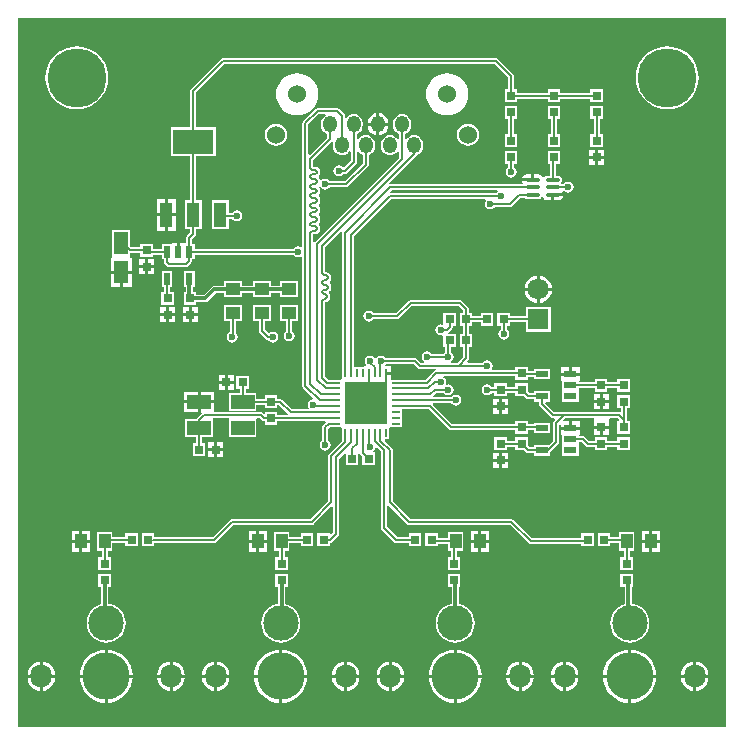
<source format=gtl>
%FSLAX24Y24*%
%MOIN*%
G70*
G01*
G75*
G04 Layer_Physical_Order=1*
G04 Layer_Color=255*
%ADD10C,0.0079*%
%ADD11R,0.0300X0.0300*%
%ADD12R,0.0300X0.0300*%
%ADD13R,0.0492X0.0768*%
%ADD14R,0.0276X0.0079*%
%ADD15R,0.1437X0.1437*%
%ADD16R,0.0079X0.0276*%
%ADD17R,0.0236X0.0394*%
%ADD18R,0.1378X0.0846*%
%ADD19R,0.0433X0.0846*%
%ADD20R,0.0433X0.0846*%
%ADD21R,0.0433X0.0236*%
%ADD22R,0.0500X0.0400*%
%ADD23O,0.0512X0.0138*%
%ADD24R,0.0400X0.0500*%
%ADD25R,0.0787X0.0472*%
%ADD26C,0.0118*%
%ADD27R,0.1400X0.0900*%
%ADD28R,0.1140X0.0550*%
%ADD29R,0.1400X0.1550*%
%ADD30C,0.1969*%
%ADD31C,0.1181*%
%ADD32C,0.1575*%
%ADD33O,0.0709X0.0787*%
%ADD34C,0.0600*%
%ADD35O,0.0472X0.0551*%
%ADD36R,0.0709X0.0709*%
%ADD37C,0.0709*%
%ADD38C,0.0236*%
%ADD39C,0.0197*%
G36*
X23622Y-0D02*
X-0D01*
Y23650D01*
X23622D01*
Y-0D01*
D02*
G37*
%LPC*%
G36*
X20509Y5109D02*
X20091D01*
Y4691D01*
X20230D01*
Y4099D01*
X20150Y4075D01*
X20037Y4014D01*
X19938Y3933D01*
X19857Y3834D01*
X19797Y3721D01*
X19760Y3599D01*
X19747Y3472D01*
X19760Y3344D01*
X19797Y3222D01*
X19857Y3109D01*
X19938Y3010D01*
X20037Y2929D01*
X20150Y2869D01*
X20273Y2831D01*
X20400Y2819D01*
X20527Y2831D01*
X20650Y2869D01*
X20763Y2929D01*
X20862Y3010D01*
X20943Y3109D01*
X21003Y3222D01*
X21040Y3344D01*
X21053Y3472D01*
X21040Y3599D01*
X21003Y3721D01*
X20943Y3834D01*
X20862Y3933D01*
X20763Y4014D01*
X20650Y4075D01*
X20527Y4112D01*
X20470Y4117D01*
Y4691D01*
X20509D01*
Y5109D01*
D02*
G37*
G36*
X15350Y6150D02*
X15100D01*
Y5850D01*
X15350D01*
Y6150D01*
D02*
G37*
G36*
X9009Y5109D02*
X8591D01*
Y4691D01*
X8680D01*
Y4116D01*
X8639Y4112D01*
X8517Y4075D01*
X8404Y4014D01*
X8305Y3933D01*
X8224Y3834D01*
X8164Y3721D01*
X8126Y3599D01*
X8114Y3472D01*
X8126Y3344D01*
X8164Y3222D01*
X8224Y3109D01*
X8305Y3010D01*
X8404Y2929D01*
X8517Y2869D01*
X8639Y2831D01*
X8767Y2819D01*
X8894Y2831D01*
X9016Y2869D01*
X9129Y2929D01*
X9228Y3010D01*
X9309Y3109D01*
X9370Y3222D01*
X9407Y3344D01*
X9419Y3472D01*
X9407Y3599D01*
X9370Y3721D01*
X9309Y3834D01*
X9228Y3933D01*
X9129Y4014D01*
X9016Y4075D01*
X8920Y4104D01*
Y4691D01*
X9009D01*
Y5109D01*
D02*
G37*
G36*
X14759D02*
X14341D01*
Y4691D01*
X14463D01*
Y4113D01*
X14456Y4112D01*
X14334Y4075D01*
X14221Y4014D01*
X14122Y3933D01*
X14041Y3834D01*
X13980Y3721D01*
X13943Y3599D01*
X13931Y3472D01*
X13943Y3344D01*
X13980Y3222D01*
X14041Y3109D01*
X14122Y3010D01*
X14221Y2929D01*
X14334Y2869D01*
X14456Y2831D01*
X14583Y2819D01*
X14711Y2831D01*
X14833Y2869D01*
X14946Y2929D01*
X15045Y3010D01*
X15126Y3109D01*
X15186Y3222D01*
X15224Y3344D01*
X15236Y3472D01*
X15224Y3599D01*
X15186Y3721D01*
X15126Y3834D01*
X15045Y3933D01*
X14946Y4014D01*
X14833Y4075D01*
X14711Y4112D01*
X14704Y4113D01*
Y4691D01*
X14759D01*
Y5109D01*
D02*
G37*
G36*
X15700Y6150D02*
X15450D01*
Y5850D01*
X15700D01*
Y6150D01*
D02*
G37*
G36*
X2050Y6150D02*
X1800D01*
Y5850D01*
X2050D01*
Y6150D01*
D02*
G37*
G36*
X2400D02*
X2150D01*
Y5850D01*
X2400D01*
Y6150D01*
D02*
G37*
G36*
X21050Y6150D02*
X20800D01*
Y5850D01*
X21050D01*
Y6150D01*
D02*
G37*
G36*
X21400D02*
X21150D01*
Y5850D01*
X21400D01*
Y6150D01*
D02*
G37*
G36*
X3109Y5109D02*
X2691D01*
Y4691D01*
X2780D01*
Y4099D01*
X2700Y4075D01*
X2587Y4014D01*
X2488Y3933D01*
X2407Y3834D01*
X2347Y3721D01*
X2310Y3599D01*
X2297Y3472D01*
X2310Y3344D01*
X2347Y3222D01*
X2407Y3109D01*
X2488Y3010D01*
X2587Y2929D01*
X2700Y2869D01*
X2823Y2831D01*
X2950Y2819D01*
X3077Y2831D01*
X3200Y2869D01*
X3313Y2929D01*
X3412Y3010D01*
X3493Y3109D01*
X3553Y3222D01*
X3590Y3344D01*
X3603Y3472D01*
X3590Y3599D01*
X3553Y3721D01*
X3493Y3834D01*
X3412Y3933D01*
X3313Y4014D01*
X3200Y4075D01*
X3077Y4112D01*
X3020Y4117D01*
Y4691D01*
X3109D01*
Y5109D01*
D02*
G37*
G36*
X16799Y2191D02*
Y1750D01*
X17206D01*
X17191Y1858D01*
X17146Y1969D01*
X17073Y2063D01*
X16978Y2136D01*
X16867Y2182D01*
X16799Y2191D01*
D02*
G37*
G36*
X18185D02*
X18116Y2182D01*
X18006Y2136D01*
X17911Y2063D01*
X17838Y1969D01*
X17792Y1858D01*
X17778Y1750D01*
X18185D01*
Y2191D01*
D02*
G37*
G36*
X14633Y2587D02*
Y1750D01*
X15470D01*
X15458Y1874D01*
X15407Y2041D01*
X15325Y2195D01*
X15214Y2331D01*
X15079Y2441D01*
X14925Y2524D01*
X14757Y2575D01*
X14633Y2587D01*
D02*
G37*
G36*
X16699Y2191D02*
X16630Y2182D01*
X16520Y2136D01*
X16425Y2063D01*
X16352Y1969D01*
X16306Y1858D01*
X16292Y1750D01*
X16699D01*
Y2191D01*
D02*
G37*
G36*
X18285D02*
Y1750D01*
X18691D01*
X18677Y1858D01*
X18632Y1969D01*
X18559Y2063D01*
X18464Y2136D01*
X18353Y2182D01*
X18285Y2191D01*
D02*
G37*
G36*
X22515D02*
X22447Y2182D01*
X22336Y2136D01*
X22241Y2063D01*
X22169Y1969D01*
X22123Y1858D01*
X22109Y1750D01*
X22515D01*
Y2191D01*
D02*
G37*
G36*
X22615D02*
Y1750D01*
X23022D01*
X23008Y1858D01*
X22962Y1969D01*
X22889Y2063D01*
X22794Y2136D01*
X22684Y2182D01*
X22615Y2191D01*
D02*
G37*
G36*
X20350Y2587D02*
X20226Y2575D01*
X20059Y2524D01*
X19905Y2441D01*
X19769Y2331D01*
X19659Y2195D01*
X19576Y2041D01*
X19525Y1874D01*
X19513Y1750D01*
X20350D01*
Y2587D01*
D02*
G37*
G36*
X20450D02*
Y1750D01*
X21287D01*
X21275Y1874D01*
X21224Y2041D01*
X21141Y2195D01*
X21031Y2331D01*
X20895Y2441D01*
X20741Y2524D01*
X20574Y2575D01*
X20450Y2587D01*
D02*
G37*
G36*
X7950Y6150D02*
X7700D01*
Y5850D01*
X7950D01*
Y6150D01*
D02*
G37*
G36*
X20559Y6509D02*
X20041D01*
Y6350D01*
X19759D01*
Y6459D01*
X19341D01*
Y6041D01*
X19759D01*
Y6150D01*
X20041D01*
Y5891D01*
X20200D01*
Y5659D01*
X20091D01*
Y5241D01*
X20509D01*
Y5659D01*
X20400D01*
Y5891D01*
X20559D01*
Y6509D01*
D02*
G37*
G36*
X16050Y8850D02*
X15850D01*
Y8650D01*
X16050D01*
Y8850D01*
D02*
G37*
G36*
X8300Y6550D02*
X8050D01*
Y6250D01*
X8300D01*
Y6550D01*
D02*
G37*
G36*
X14859Y6509D02*
X14341D01*
Y6300D01*
X14009D01*
Y6459D01*
X13591D01*
Y6041D01*
X14009D01*
Y6100D01*
X14341D01*
Y5891D01*
X14450D01*
Y5659D01*
X14341D01*
Y5241D01*
X14759D01*
Y5659D01*
X14650D01*
Y5891D01*
X14859D01*
Y6509D01*
D02*
G37*
G36*
X16350Y8850D02*
X16150D01*
Y8650D01*
X16350D01*
Y8850D01*
D02*
G37*
G36*
X6550Y9200D02*
X6350D01*
Y9000D01*
X6550D01*
Y9200D01*
D02*
G37*
G36*
X6850D02*
X6650D01*
Y9000D01*
X6850D01*
Y9200D01*
D02*
G37*
G36*
X16050Y9150D02*
X15850D01*
Y8950D01*
X16050D01*
Y9150D01*
D02*
G37*
G36*
X16350D02*
X16150D01*
Y8950D01*
X16350D01*
Y9150D01*
D02*
G37*
G36*
X7950Y6550D02*
X7700D01*
Y6250D01*
X7950D01*
Y6550D01*
D02*
G37*
G36*
X9059Y6509D02*
X8541D01*
Y5891D01*
X8700D01*
Y5659D01*
X8591D01*
Y5241D01*
X9009D01*
Y5659D01*
X8900D01*
Y5891D01*
X9059D01*
Y6150D01*
X9441D01*
Y6041D01*
X9859D01*
Y6459D01*
X9441D01*
Y6350D01*
X9059D01*
Y6509D01*
D02*
G37*
G36*
X15350Y6550D02*
X15100D01*
Y6250D01*
X15350D01*
Y6550D01*
D02*
G37*
G36*
X8300Y6150D02*
X8050D01*
Y5850D01*
X8300D01*
Y6150D01*
D02*
G37*
G36*
X3159Y6509D02*
X2641D01*
Y5891D01*
X2800D01*
Y5659D01*
X2691D01*
Y5241D01*
X3109D01*
Y5659D01*
X3000D01*
Y5891D01*
X3159D01*
Y6150D01*
X3591D01*
Y6041D01*
X4009D01*
Y6459D01*
X3591D01*
Y6350D01*
X3159D01*
Y6509D01*
D02*
G37*
G36*
X15700Y6550D02*
X15450D01*
Y6250D01*
X15700D01*
Y6550D01*
D02*
G37*
G36*
X2050Y6550D02*
X1800D01*
Y6250D01*
X2050D01*
Y6550D01*
D02*
G37*
G36*
X2400D02*
X2150D01*
Y6250D01*
X2400D01*
Y6550D01*
D02*
G37*
G36*
X21050Y6550D02*
X20800D01*
Y6250D01*
X21050D01*
Y6550D01*
D02*
G37*
G36*
X21400D02*
X21150D01*
Y6250D01*
X21400D01*
Y6550D01*
D02*
G37*
G36*
X6551Y1650D02*
X6144D01*
X6159Y1542D01*
X6204Y1432D01*
X6277Y1337D01*
X6372Y1264D01*
X6483Y1218D01*
X6551Y1209D01*
Y1650D01*
D02*
G37*
G36*
X7058D02*
X6651D01*
Y1209D01*
X6720Y1218D01*
X6830Y1264D01*
X6925Y1337D01*
X6998Y1432D01*
X7044Y1542D01*
X7058Y1650D01*
D02*
G37*
G36*
X5065D02*
X4658D01*
X4673Y1542D01*
X4719Y1432D01*
X4791Y1337D01*
X4886Y1264D01*
X4997Y1218D01*
X5065Y1209D01*
Y1650D01*
D02*
G37*
G36*
X5572D02*
X5165D01*
Y1209D01*
X5234Y1218D01*
X5344Y1264D01*
X5439Y1337D01*
X5512Y1432D01*
X5558Y1542D01*
X5572Y1650D01*
D02*
G37*
G36*
X10882D02*
X10475D01*
X10489Y1542D01*
X10535Y1432D01*
X10608Y1337D01*
X10703Y1264D01*
X10813Y1218D01*
X10882Y1209D01*
Y1650D01*
D02*
G37*
G36*
X12875D02*
X12468D01*
Y1209D01*
X12537Y1218D01*
X12647Y1264D01*
X12742Y1337D01*
X12815Y1432D01*
X12861Y1542D01*
X12875Y1650D01*
D02*
G37*
G36*
X16699D02*
X16292D01*
X16306Y1542D01*
X16352Y1432D01*
X16425Y1337D01*
X16520Y1264D01*
X16630Y1218D01*
X16699Y1209D01*
Y1650D01*
D02*
G37*
G36*
X11389D02*
X10982D01*
Y1209D01*
X11051Y1218D01*
X11161Y1264D01*
X11256Y1337D01*
X11329Y1432D01*
X11375Y1542D01*
X11389Y1650D01*
D02*
G37*
G36*
X12368D02*
X11961D01*
X11975Y1542D01*
X12021Y1432D01*
X12094Y1337D01*
X12189Y1264D01*
X12299Y1218D01*
X12368Y1209D01*
Y1650D01*
D02*
G37*
G36*
X1242D02*
X835D01*
Y1209D01*
X903Y1218D01*
X1014Y1264D01*
X1109Y1337D01*
X1182Y1432D01*
X1227Y1542D01*
X1242Y1650D01*
D02*
G37*
G36*
X8717D02*
X7880D01*
X7892Y1526D01*
X7943Y1359D01*
X8025Y1205D01*
X8136Y1069D01*
X8271Y959D01*
X8425Y876D01*
X8593Y825D01*
X8717Y813D01*
Y1650D01*
D02*
G37*
G36*
X9653D02*
X8817D01*
Y813D01*
X8941Y825D01*
X9108Y876D01*
X9262Y959D01*
X9397Y1069D01*
X9508Y1205D01*
X9590Y1359D01*
X9641Y1526D01*
X9653Y1650D01*
D02*
G37*
G36*
X2900D02*
X2063D01*
X2075Y1526D01*
X2126Y1359D01*
X2209Y1205D01*
X2319Y1069D01*
X2455Y959D01*
X2609Y876D01*
X2776Y825D01*
X2900Y813D01*
Y1650D01*
D02*
G37*
G36*
X3837D02*
X3000D01*
Y813D01*
X3124Y825D01*
X3291Y876D01*
X3445Y959D01*
X3581Y1069D01*
X3691Y1205D01*
X3774Y1359D01*
X3825Y1526D01*
X3837Y1650D01*
D02*
G37*
G36*
X14533D02*
X13697D01*
X13709Y1526D01*
X13760Y1359D01*
X13842Y1205D01*
X13953Y1069D01*
X14088Y959D01*
X14242Y876D01*
X14409Y825D01*
X14533Y813D01*
Y1650D01*
D02*
G37*
G36*
X21287D02*
X20450D01*
Y813D01*
X20574Y825D01*
X20741Y876D01*
X20895Y959D01*
X21031Y1069D01*
X21141Y1205D01*
X21224Y1359D01*
X21275Y1526D01*
X21287Y1650D01*
D02*
G37*
G36*
X735D02*
X328D01*
X342Y1542D01*
X388Y1432D01*
X461Y1337D01*
X556Y1264D01*
X666Y1218D01*
X735Y1209D01*
Y1650D01*
D02*
G37*
G36*
X15470D02*
X14633D01*
Y813D01*
X14757Y825D01*
X14925Y876D01*
X15079Y959D01*
X15214Y1069D01*
X15325Y1205D01*
X15407Y1359D01*
X15458Y1526D01*
X15470Y1650D01*
D02*
G37*
G36*
X20350D02*
X19513D01*
X19525Y1526D01*
X19576Y1359D01*
X19659Y1205D01*
X19769Y1069D01*
X19905Y959D01*
X20059Y876D01*
X20226Y825D01*
X20350Y813D01*
Y1650D01*
D02*
G37*
G36*
X17206D02*
X16799D01*
Y1209D01*
X16867Y1218D01*
X16978Y1264D01*
X17073Y1337D01*
X17146Y1432D01*
X17191Y1542D01*
X17206Y1650D01*
D02*
G37*
G36*
X8717Y2587D02*
X8593Y2575D01*
X8425Y2524D01*
X8271Y2441D01*
X8136Y2331D01*
X8025Y2195D01*
X7943Y2041D01*
X7892Y1874D01*
X7880Y1750D01*
X8717D01*
Y2587D01*
D02*
G37*
G36*
X8817D02*
Y1750D01*
X9653D01*
X9641Y1874D01*
X9590Y2041D01*
X9508Y2195D01*
X9397Y2331D01*
X9262Y2441D01*
X9108Y2524D01*
X8941Y2575D01*
X8817Y2587D01*
D02*
G37*
G36*
X6551Y2191D02*
X6483Y2182D01*
X6372Y2136D01*
X6277Y2063D01*
X6204Y1969D01*
X6159Y1858D01*
X6144Y1750D01*
X6551D01*
Y2191D01*
D02*
G37*
G36*
X6651D02*
Y1750D01*
X7058D01*
X7044Y1858D01*
X6998Y1969D01*
X6925Y2063D01*
X6830Y2136D01*
X6720Y2182D01*
X6651Y2191D01*
D02*
G37*
G36*
X10882D02*
X10813Y2182D01*
X10703Y2136D01*
X10608Y2063D01*
X10535Y1969D01*
X10489Y1858D01*
X10475Y1750D01*
X10882D01*
Y2191D01*
D02*
G37*
G36*
X12468D02*
Y1750D01*
X12875D01*
X12861Y1858D01*
X12815Y1969D01*
X12742Y2063D01*
X12647Y2136D01*
X12537Y2182D01*
X12468Y2191D01*
D02*
G37*
G36*
X14533Y2587D02*
X14409Y2575D01*
X14242Y2524D01*
X14088Y2441D01*
X13953Y2331D01*
X13842Y2195D01*
X13760Y2041D01*
X13709Y1874D01*
X13697Y1750D01*
X14533D01*
Y2587D01*
D02*
G37*
G36*
X10982Y2191D02*
Y1750D01*
X11389D01*
X11375Y1858D01*
X11329Y1969D01*
X11256Y2063D01*
X11161Y2136D01*
X11051Y2182D01*
X10982Y2191D01*
D02*
G37*
G36*
X12368D02*
X12299Y2182D01*
X12189Y2136D01*
X12094Y2063D01*
X12021Y1969D01*
X11975Y1858D01*
X11961Y1750D01*
X12368D01*
Y2191D01*
D02*
G37*
G36*
X5165D02*
Y1750D01*
X5572D01*
X5558Y1858D01*
X5512Y1969D01*
X5439Y2063D01*
X5344Y2136D01*
X5234Y2182D01*
X5165Y2191D01*
D02*
G37*
G36*
X22515Y1650D02*
X22109D01*
X22123Y1542D01*
X22169Y1432D01*
X22241Y1337D01*
X22336Y1264D01*
X22447Y1218D01*
X22515Y1209D01*
Y1650D01*
D02*
G37*
G36*
X23022D02*
X22615D01*
Y1209D01*
X22684Y1218D01*
X22794Y1264D01*
X22889Y1337D01*
X22962Y1432D01*
X23008Y1542D01*
X23022Y1650D01*
D02*
G37*
G36*
X18185D02*
X17778D01*
X17792Y1542D01*
X17838Y1432D01*
X17911Y1337D01*
X18006Y1264D01*
X18116Y1218D01*
X18185Y1209D01*
Y1650D01*
D02*
G37*
G36*
X18691D02*
X18285D01*
Y1209D01*
X18353Y1218D01*
X18464Y1264D01*
X18559Y1337D01*
X18632Y1432D01*
X18677Y1542D01*
X18691Y1650D01*
D02*
G37*
G36*
X735Y2191D02*
X666Y2182D01*
X556Y2136D01*
X461Y2063D01*
X388Y1969D01*
X342Y1858D01*
X328Y1750D01*
X735D01*
Y2191D01*
D02*
G37*
G36*
X3000Y2587D02*
Y1750D01*
X3837D01*
X3825Y1874D01*
X3774Y2041D01*
X3691Y2195D01*
X3581Y2331D01*
X3445Y2441D01*
X3291Y2524D01*
X3124Y2575D01*
X3000Y2587D01*
D02*
G37*
G36*
X5065Y2191D02*
X4997Y2182D01*
X4886Y2136D01*
X4791Y2063D01*
X4719Y1969D01*
X4673Y1858D01*
X4658Y1750D01*
X5065D01*
Y2191D01*
D02*
G37*
G36*
X835D02*
Y1750D01*
X1242D01*
X1227Y1858D01*
X1182Y1969D01*
X1109Y2063D01*
X1014Y2136D01*
X903Y2182D01*
X835Y2191D01*
D02*
G37*
G36*
X2900Y2587D02*
X2776Y2575D01*
X2609Y2524D01*
X2455Y2441D01*
X2319Y2331D01*
X2209Y2195D01*
X2126Y2041D01*
X2075Y1874D01*
X2063Y1750D01*
X2900D01*
Y2587D01*
D02*
G37*
G36*
X18739Y9924D02*
X18106D01*
Y9756D01*
X18147D01*
Y9439D01*
X18147Y9439D01*
X18147D01*
X18147Y9423D01*
Y9413D01*
Y9403D01*
X18147Y9387D01*
X18147Y9387D01*
X18147D01*
Y9049D01*
X18698D01*
Y9387D01*
X18698Y9387D01*
D01*
D01*
X18698Y9403D01*
Y9406D01*
Y9413D01*
X18698Y9423D01*
D01*
X18698Y9439D01*
X18698Y9439D01*
X18698D01*
Y9500D01*
X18808D01*
X18929Y9379D01*
X18951Y9365D01*
X18962Y9357D01*
X19000Y9350D01*
X19241D01*
Y9241D01*
X19659D01*
Y9350D01*
X19991D01*
Y9241D01*
X20409D01*
Y9659D01*
X19991D01*
Y9550D01*
X19659D01*
Y9659D01*
X19241D01*
Y9550D01*
X19042D01*
X18921Y9671D01*
X18888Y9693D01*
X18850Y9700D01*
X18698D01*
Y9756D01*
X18739D01*
Y9924D01*
D02*
G37*
G36*
X4894Y17030D02*
X4628D01*
Y16556D01*
X4894D01*
Y17030D01*
D02*
G37*
G36*
X5261D02*
X4994D01*
Y16556D01*
X5261D01*
Y17030D01*
D02*
G37*
G36*
X4250Y15600D02*
X4050D01*
Y15400D01*
X4250D01*
Y15600D01*
D02*
G37*
G36*
X4550D02*
X4350D01*
Y15400D01*
X4550D01*
Y15600D01*
D02*
G37*
G36*
X7031Y17562D02*
X6480D01*
Y16597D01*
X7031D01*
Y16950D01*
X7154D01*
X7172Y16922D01*
X7231Y16883D01*
X7300Y16869D01*
X7369Y16883D01*
X7428Y16922D01*
X7467Y16981D01*
X7481Y17050D01*
X7467Y17119D01*
X7428Y17178D01*
X7369Y17217D01*
X7300Y17231D01*
X7231Y17217D01*
X7172Y17178D01*
X7154Y17150D01*
X7031D01*
Y17562D01*
D02*
G37*
G36*
X18184Y17694D02*
X17885D01*
Y17572D01*
X18022D01*
X18088Y17585D01*
X18143Y17622D01*
X18181Y17678D01*
X18184Y17694D01*
D02*
G37*
G36*
X17115Y18428D02*
X16978D01*
X16912Y18415D01*
X16857Y18378D01*
X16819Y18322D01*
X16816Y18306D01*
X17115D01*
Y18428D01*
D02*
G37*
G36*
X4894Y17603D02*
X4628D01*
Y17130D01*
X4894D01*
Y17603D01*
D02*
G37*
G36*
X5261D02*
X4994D01*
Y17130D01*
X5261D01*
Y17603D01*
D02*
G37*
G36*
X5901Y15203D02*
X5547D01*
Y14691D01*
X5604D01*
Y14509D01*
X5541D01*
Y14091D01*
X5959D01*
Y14180D01*
X6250D01*
X6250Y14180D01*
X6296Y14189D01*
X6335Y14215D01*
X6600Y14480D01*
X6866D01*
Y14341D01*
X7484D01*
Y14480D01*
X7841D01*
Y14341D01*
X8459D01*
Y14480D01*
X8741D01*
Y14341D01*
X9359D01*
Y14859D01*
X8741D01*
Y14720D01*
X8459D01*
Y14859D01*
X7841D01*
Y14720D01*
X7484D01*
Y14859D01*
X6866D01*
Y14720D01*
X6550D01*
X6504Y14711D01*
X6465Y14685D01*
X6200Y14420D01*
X5959D01*
Y14509D01*
X5844D01*
Y14691D01*
X5901D01*
Y15203D01*
D02*
G37*
G36*
X17300Y15052D02*
X17231Y15043D01*
X17121Y14997D01*
X17026Y14924D01*
X16953Y14829D01*
X16907Y14719D01*
X16898Y14650D01*
X17300D01*
Y15052D01*
D02*
G37*
G36*
Y14550D02*
X16898D01*
X16907Y14481D01*
X16953Y14371D01*
X17026Y14276D01*
X17121Y14203D01*
X17231Y14157D01*
X17300Y14148D01*
Y14550D01*
D02*
G37*
G36*
X17802D02*
X17400D01*
Y14148D01*
X17469Y14157D01*
X17579Y14203D01*
X17674Y14276D01*
X17747Y14371D01*
X17793Y14481D01*
X17802Y14550D01*
D02*
G37*
G36*
X17400Y15052D02*
Y14650D01*
X17802D01*
X17793Y14719D01*
X17747Y14829D01*
X17674Y14924D01*
X17579Y14997D01*
X17469Y15043D01*
X17400Y15052D01*
D02*
G37*
G36*
X4250Y15300D02*
X4050D01*
Y15100D01*
X4250D01*
Y15300D01*
D02*
G37*
G36*
X4550D02*
X4350D01*
Y15100D01*
X4550D01*
Y15300D01*
D02*
G37*
G36*
X3400Y15118D02*
X3104D01*
Y14684D01*
X3400D01*
Y15118D01*
D02*
G37*
G36*
X3796D02*
X3500D01*
Y14684D01*
X3796D01*
Y15118D01*
D02*
G37*
G36*
X16659Y19209D02*
X16241D01*
Y18791D01*
X16350D01*
Y18646D01*
X16322Y18628D01*
X16283Y18569D01*
X16269Y18500D01*
X16283Y18431D01*
X16322Y18372D01*
X16381Y18333D01*
X16450Y18319D01*
X16519Y18333D01*
X16578Y18372D01*
X16617Y18431D01*
X16631Y18500D01*
X16617Y18569D01*
X16578Y18628D01*
X16550Y18646D01*
Y18791D01*
X16659D01*
Y19209D01*
D02*
G37*
G36*
X11958Y20472D02*
X11920Y20467D01*
X11838Y20433D01*
X11768Y20379D01*
X11714Y20309D01*
X11680Y20227D01*
X11670Y20150D01*
X11958D01*
Y20472D01*
D02*
G37*
G36*
X12058D02*
Y20150D01*
X12346D01*
X12335Y20227D01*
X12302Y20309D01*
X12248Y20379D01*
X12177Y20433D01*
X12096Y20467D01*
X12058Y20472D01*
D02*
G37*
G36*
X11958Y20050D02*
X11670D01*
X11680Y19973D01*
X11714Y19891D01*
X11768Y19821D01*
X11838Y19767D01*
X11920Y19733D01*
X11958Y19728D01*
Y20050D01*
D02*
G37*
G36*
X12346D02*
X12058D01*
Y19728D01*
X12096Y19733D01*
X12177Y19767D01*
X12248Y19821D01*
X12302Y19891D01*
X12335Y19973D01*
X12346Y20050D01*
D02*
G37*
G36*
X9311Y21803D02*
X9174Y21789D01*
X9042Y21750D01*
X8921Y21685D01*
X8814Y21597D01*
X8727Y21491D01*
X8662Y21370D01*
X8622Y21238D01*
X8609Y21101D01*
X8622Y20964D01*
X8662Y20832D01*
X8727Y20711D01*
X8814Y20604D01*
X8921Y20517D01*
X9042Y20452D01*
X9174Y20412D01*
X9311Y20399D01*
X9448Y20412D01*
X9580Y20452D01*
X9701Y20517D01*
X9808Y20604D01*
X9895Y20711D01*
X9960Y20832D01*
X10000Y20964D01*
X10013Y21101D01*
X10000Y21238D01*
X9960Y21370D01*
X9895Y21491D01*
X9808Y21597D01*
X9701Y21685D01*
X9580Y21750D01*
X9448Y21789D01*
X9311Y21803D01*
D02*
G37*
G36*
X21654Y22700D02*
X21490Y22687D01*
X21330Y22649D01*
X21178Y22586D01*
X21038Y22500D01*
X20914Y22394D01*
X20807Y22269D01*
X20721Y22129D01*
X20658Y21977D01*
X20620Y21817D01*
X20607Y21654D01*
X20620Y21490D01*
X20658Y21330D01*
X20721Y21178D01*
X20807Y21038D01*
X20914Y20914D01*
X21038Y20807D01*
X21178Y20721D01*
X21330Y20658D01*
X21490Y20620D01*
X21654Y20607D01*
X21817Y20620D01*
X21977Y20658D01*
X22129Y20721D01*
X22269Y20807D01*
X22394Y20914D01*
X22500Y21038D01*
X22586Y21178D01*
X22649Y21330D01*
X22687Y21490D01*
X22700Y21654D01*
X22687Y21817D01*
X22649Y21977D01*
X22586Y22129D01*
X22500Y22269D01*
X22394Y22394D01*
X22269Y22500D01*
X22129Y22586D01*
X21977Y22649D01*
X21817Y22687D01*
X21654Y22700D01*
D02*
G37*
G36*
X15950Y22300D02*
X6850D01*
X6818Y22294D01*
X6812Y22293D01*
X6779Y22271D01*
X5779Y21271D01*
X5757Y21238D01*
X5750Y21200D01*
Y20003D01*
X5102D01*
Y19038D01*
X5750D01*
Y17562D01*
X5574D01*
Y16597D01*
X5750D01*
Y16492D01*
X5629Y16371D01*
X5607Y16338D01*
X5600Y16300D01*
Y16150D01*
X5568D01*
Y16150D01*
X5400D01*
Y15853D01*
X5300D01*
Y16150D01*
X5132D01*
Y16109D01*
X4799D01*
Y15953D01*
X4509D01*
Y16109D01*
X4091D01*
Y16000D01*
X3792D01*
X3755Y16037D01*
Y16575D01*
X3145D01*
Y15689D01*
X3145D01*
Y15687D01*
X3110Y15652D01*
X3104D01*
Y15218D01*
X3796D01*
Y15652D01*
X3755D01*
Y15689D01*
X3755D01*
Y15800D01*
X4091D01*
Y15691D01*
X4509D01*
Y15752D01*
X4799D01*
Y15597D01*
X4876D01*
Y15524D01*
X4876Y15524D01*
X4876D01*
X4883Y15486D01*
X4905Y15453D01*
X4979Y15379D01*
X5012Y15357D01*
X5050Y15350D01*
X5600D01*
X5638Y15357D01*
X5671Y15379D01*
X5771Y15479D01*
X5785Y15501D01*
X5793Y15512D01*
X5800Y15550D01*
Y15597D01*
X5901D01*
Y15752D01*
X9202D01*
X9222Y15722D01*
X9281Y15683D01*
X9350Y15669D01*
X9419Y15683D01*
X9447Y15702D01*
X9491Y15678D01*
Y11384D01*
X9491Y11384D01*
X9491D01*
X9499Y11346D01*
X9520Y11313D01*
X9857Y10977D01*
X9842Y10929D01*
X9781Y10917D01*
X9722Y10878D01*
X9683Y10819D01*
X9669Y10750D01*
X9683Y10681D01*
X9704Y10649D01*
X9681Y10605D01*
X9137D01*
X8821Y10921D01*
X8788Y10943D01*
X8750Y10950D01*
X8659D01*
Y11059D01*
X8241D01*
Y10950D01*
X7953D01*
Y11145D01*
X7600D01*
Y11291D01*
X7709D01*
Y11709D01*
X7291D01*
Y11291D01*
X7400D01*
Y11145D01*
X7047D01*
Y10555D01*
X7953D01*
Y10750D01*
X8241D01*
Y10641D01*
X8659D01*
Y10750D01*
X8708D01*
X9004Y10454D01*
X8985Y10408D01*
X8659D01*
Y10509D01*
X8241D01*
Y10466D01*
X8195Y10447D01*
X8171Y10471D01*
X8138Y10493D01*
X8100Y10500D01*
X6537D01*
Y10500D01*
Y10514D01*
X6537Y10536D01*
X6537Y10536D01*
X6537D01*
Y10800D01*
X6093D01*
Y10514D01*
X6100D01*
X6116Y10490D01*
X6126Y10468D01*
X5972Y10314D01*
X5951Y10282D01*
X5950Y10279D01*
X5591D01*
Y9689D01*
X5943D01*
Y9459D01*
X5841D01*
Y9041D01*
X6259D01*
Y9459D01*
X6144D01*
Y9689D01*
X6496D01*
Y10279D01*
D01*
Y10279D01*
X6517Y10300D01*
X7047D01*
Y10300D01*
Y10279D01*
X7047Y10264D01*
X7047Y10264D01*
X7047D01*
Y9689D01*
X7953D01*
Y10264D01*
X7953Y10264D01*
D01*
D01*
X7953Y10279D01*
D01*
X7973Y10300D01*
X8058D01*
X8129Y10229D01*
X8151Y10215D01*
X8162Y10207D01*
X8200Y10200D01*
X8241D01*
Y10091D01*
X8659D01*
Y10208D01*
X10250D01*
X10269Y10161D01*
X10179Y10071D01*
X10157Y10038D01*
X10150Y10000D01*
Y9546D01*
X10122Y9528D01*
X10083Y9469D01*
X10069Y9400D01*
X10083Y9331D01*
X10122Y9272D01*
X10181Y9233D01*
X10250Y9219D01*
X10319Y9233D01*
X10378Y9272D01*
X10417Y9331D01*
X10431Y9400D01*
X10417Y9469D01*
X10378Y9528D01*
X10350Y9546D01*
Y9958D01*
X10403Y10011D01*
X10596D01*
X10606Y10013D01*
X10782D01*
Y9981D01*
X10813D01*
Y9806D01*
X10811Y9796D01*
Y9553D01*
X10379Y9121D01*
X10357Y9088D01*
X10350Y9050D01*
Y7542D01*
X9758Y6950D01*
X7150D01*
X7118Y6944D01*
X7112Y6943D01*
X7079Y6921D01*
X6508Y6350D01*
X4559D01*
Y6459D01*
X4141D01*
Y6041D01*
X4559D01*
Y6150D01*
X6550D01*
X6588Y6157D01*
X6621Y6179D01*
X7192Y6750D01*
X9800D01*
X9838Y6757D01*
X9871Y6779D01*
X10453Y7362D01*
X10500Y7342D01*
Y6492D01*
X10450Y6442D01*
X10409Y6459D01*
Y6459D01*
X10409Y6459D01*
X9991D01*
Y6041D01*
X10409D01*
Y6151D01*
X10438Y6157D01*
X10471Y6179D01*
X10671Y6379D01*
X10693Y6412D01*
X10700Y6450D01*
Y8958D01*
X10895Y9153D01*
X10924Y9141D01*
D01*
X10941Y9134D01*
Y8741D01*
X11359D01*
Y9105D01*
X11397Y9109D01*
Y9109D01*
X11406Y9110D01*
Y9110D01*
X11409Y9110D01*
X11409Y9110D01*
X11431Y9077D01*
X11491Y9017D01*
Y8741D01*
X11909D01*
Y9159D01*
X11869D01*
X11855Y9207D01*
X11878Y9222D01*
X11917Y9281D01*
X11925Y9321D01*
X11973Y9335D01*
X12100Y9208D01*
Y6650D01*
X12100Y6650D01*
X12100D01*
X12107Y6612D01*
X12129Y6579D01*
X12529Y6179D01*
X12551Y6165D01*
X12562Y6157D01*
X12600Y6150D01*
X13041D01*
Y6041D01*
X13459D01*
Y6459D01*
X13041D01*
Y6350D01*
X12642D01*
X12300Y6692D01*
Y7392D01*
X12347Y7412D01*
X12979Y6779D01*
X13012Y6757D01*
X13050Y6750D01*
X16408D01*
X17029Y6129D01*
X17062Y6107D01*
X17100Y6100D01*
X18791D01*
Y6041D01*
X19209D01*
Y6459D01*
X18791D01*
Y6300D01*
X17142D01*
X16521Y6921D01*
X16488Y6943D01*
X16450Y6950D01*
X13092D01*
X12500Y7542D01*
Y9250D01*
X12493Y9288D01*
X12471Y9321D01*
X12239Y9553D01*
X12258Y9599D01*
X12387D01*
Y9981D01*
X12419D01*
Y10013D01*
X12801D01*
Y10209D01*
Y10406D01*
Y10601D01*
X13707D01*
X14379Y9929D01*
X14412Y9907D01*
X14450Y9900D01*
X16591D01*
Y9791D01*
X17009D01*
Y9900D01*
X17202D01*
Y9797D01*
X17753D01*
Y10151D01*
X17202D01*
Y10100D01*
X17009D01*
Y10209D01*
X16591D01*
Y10100D01*
X14492D01*
X13840Y10752D01*
X13859Y10798D01*
X14455D01*
X14472Y10772D01*
X14531Y10733D01*
X14600Y10719D01*
X14669Y10733D01*
X14728Y10772D01*
X14767Y10831D01*
X14781Y10900D01*
X14767Y10969D01*
X14728Y11028D01*
X14669Y11067D01*
X14600Y11081D01*
X14531Y11067D01*
X14472Y11028D01*
X14453Y10999D01*
X13856D01*
X13837Y11045D01*
X13942Y11150D01*
X14204D01*
X14222Y11122D01*
X14281Y11083D01*
X14350Y11069D01*
X14419Y11083D01*
X14478Y11122D01*
X14517Y11181D01*
X14531Y11250D01*
X14517Y11319D01*
X14478Y11378D01*
X14419Y11417D01*
X14350Y11431D01*
X14308Y11422D01*
X14272Y11458D01*
X14281Y11500D01*
X14267Y11569D01*
X14228Y11628D01*
X14192Y11652D01*
X14206Y11700D01*
X16591D01*
Y11591D01*
X17009D01*
Y11674D01*
X17202D01*
Y11597D01*
X17753D01*
Y11951D01*
X17202D01*
Y11874D01*
X17009D01*
Y12009D01*
X16591D01*
Y11900D01*
X15816D01*
X15793Y11944D01*
X15817Y11981D01*
X15831Y12050D01*
X15817Y12119D01*
X15778Y12178D01*
X15719Y12217D01*
X15650Y12231D01*
X15581Y12217D01*
X15522Y12178D01*
X15504Y12150D01*
X15008D01*
X14988Y12197D01*
X15021Y12229D01*
X15036Y12251D01*
X15043Y12262D01*
X15050Y12300D01*
Y12691D01*
X15159D01*
Y13109D01*
X15050D01*
Y13391D01*
X15159D01*
Y13500D01*
X15441D01*
Y13391D01*
X15859D01*
Y13809D01*
X15441D01*
Y13700D01*
X15159D01*
Y13809D01*
X15050D01*
Y13950D01*
X15043Y13988D01*
X15021Y14021D01*
X14821Y14221D01*
X14788Y14243D01*
X14750Y14250D01*
X13100D01*
X13062Y14243D01*
X13029Y14221D01*
X12608Y13800D01*
X11846D01*
X11828Y13828D01*
X11769Y13867D01*
X11700Y13881D01*
X11631Y13867D01*
X11572Y13828D01*
X11533Y13769D01*
X11519Y13700D01*
X11533Y13631D01*
X11572Y13572D01*
X11631Y13533D01*
X11700Y13519D01*
X11769Y13533D01*
X11828Y13572D01*
X11846Y13600D01*
X12650D01*
X12688Y13607D01*
X12721Y13629D01*
X13142Y14050D01*
X14708D01*
X14850Y13908D01*
Y13809D01*
X14741D01*
Y13391D01*
X14850D01*
Y13109D01*
X14741D01*
Y12691D01*
X14850D01*
Y12342D01*
X14658Y12150D01*
X14456D01*
X14442Y12198D01*
X14478Y12222D01*
X14517Y12281D01*
X14531Y12350D01*
X14517Y12419D01*
X14478Y12478D01*
X14450Y12496D01*
Y12691D01*
X14609D01*
Y13109D01*
X14348D01*
X14338Y13157D01*
X14371Y13179D01*
X14471Y13279D01*
X14485Y13301D01*
X14493Y13312D01*
X14500Y13350D01*
Y13391D01*
X14609D01*
Y13809D01*
X14191D01*
Y13452D01*
X14152Y13420D01*
X14100Y13431D01*
X14031Y13417D01*
X13972Y13378D01*
X13933Y13319D01*
X13919Y13250D01*
X13933Y13181D01*
X13972Y13122D01*
X14031Y13083D01*
X14100Y13069D01*
X14152Y13080D01*
X14191Y13048D01*
Y12691D01*
X14250D01*
Y12496D01*
X14222Y12478D01*
X14204Y12450D01*
X13796D01*
X13778Y12478D01*
X13719Y12517D01*
X13650Y12531D01*
X13581Y12517D01*
X13522Y12478D01*
X13483Y12419D01*
X13469Y12350D01*
X13483Y12281D01*
X13522Y12222D01*
X13558Y12198D01*
X13544Y12150D01*
X13442D01*
X13321Y12271D01*
X13288Y12293D01*
X13250Y12300D01*
X12246D01*
X12228Y12328D01*
X12169Y12367D01*
X12100Y12381D01*
X12031Y12367D01*
X11972Y12328D01*
X11950Y12294D01*
X11900D01*
X11878Y12328D01*
X11819Y12367D01*
X11750Y12381D01*
X11681Y12367D01*
X11622Y12328D01*
X11583Y12269D01*
X11569Y12200D01*
X11583Y12131D01*
X11613Y12086D01*
X11590Y12042D01*
X11559D01*
Y12001D01*
X11403D01*
D01*
X11403Y12001D01*
X11403D01*
Y12001D01*
D01*
X11208D01*
Y16366D01*
X12442Y17600D01*
X15584D01*
X15607Y17556D01*
X15583Y17519D01*
X15569Y17450D01*
X15583Y17381D01*
X15622Y17322D01*
X15681Y17283D01*
X15750Y17269D01*
X15819Y17283D01*
X15878Y17322D01*
X15896Y17350D01*
X16400D01*
X16438Y17357D01*
X16471Y17379D01*
X16736Y17644D01*
X16898D01*
X16928Y17624D01*
X16978Y17614D01*
X17352D01*
X17402Y17624D01*
X17445Y17652D01*
X17450Y17660D01*
X17500D01*
X17526Y17622D01*
X17582Y17585D01*
X17648Y17572D01*
X17785D01*
Y17744D01*
X17835D01*
Y17794D01*
X18184D01*
X18181Y17810D01*
X18150Y17856D01*
X18164Y17882D01*
X18214Y17884D01*
X18222Y17872D01*
X18281Y17833D01*
X18350Y17819D01*
X18419Y17833D01*
X18478Y17872D01*
X18517Y17931D01*
X18531Y18000D01*
X18517Y18069D01*
X18478Y18128D01*
X18419Y18167D01*
X18350Y18181D01*
X18281Y18167D01*
X18222Y18128D01*
X18204Y18100D01*
X18105D01*
X18098Y18125D01*
Y18153D01*
X18114Y18164D01*
X18142Y18206D01*
X18152Y18256D01*
X18142Y18306D01*
X18114Y18348D01*
X18072Y18376D01*
X18022Y18386D01*
X17935D01*
Y18791D01*
X18084D01*
Y19209D01*
X17666D01*
Y18791D01*
X17734D01*
Y18386D01*
X17648D01*
X17598Y18376D01*
X17555Y18348D01*
X17550Y18340D01*
X17500D01*
X17474Y18378D01*
X17418Y18415D01*
X17352Y18428D01*
X17215D01*
Y18256D01*
X17165D01*
Y18206D01*
X16816D01*
X16819Y18190D01*
X16852Y18141D01*
X16828Y18097D01*
X12418D01*
X12404Y18094D01*
X12380Y18138D01*
X13284Y19042D01*
X13305Y19074D01*
X13306Y19080D01*
X13362Y19103D01*
X13423Y19150D01*
X13471Y19212D01*
X13500Y19284D01*
X13510Y19361D01*
Y19439D01*
X13500Y19516D01*
X13471Y19588D01*
X13423Y19650D01*
X13362Y19697D01*
X13290Y19727D01*
X13213Y19737D01*
X13136Y19727D01*
X13064Y19697D01*
X13002Y19650D01*
X12959Y19594D01*
X12911Y19610D01*
Y19783D01*
X12960Y19804D01*
X13022Y19851D01*
X13069Y19913D01*
X13099Y19984D01*
X13109Y20061D01*
Y20140D01*
X13099Y20217D01*
X13069Y20289D01*
X13022Y20351D01*
X12960Y20398D01*
X12888Y20428D01*
X12811Y20438D01*
X12734Y20428D01*
X12662Y20398D01*
X12600Y20351D01*
X12553Y20289D01*
X12523Y20217D01*
X12513Y20140D01*
Y20061D01*
X12523Y19984D01*
X12553Y19913D01*
X12600Y19851D01*
X12662Y19804D01*
X12711Y19783D01*
Y19610D01*
X12663Y19594D01*
X12620Y19650D01*
X12558Y19697D01*
X12487Y19727D01*
X12409Y19737D01*
X12332Y19727D01*
X12261Y19697D01*
X12199Y19650D01*
X12152Y19588D01*
X12122Y19516D01*
X12112Y19439D01*
Y19361D01*
X12122Y19284D01*
X12152Y19212D01*
X12199Y19150D01*
X12261Y19103D01*
X12332Y19073D01*
X12409Y19063D01*
X12487Y19073D01*
X12558Y19103D01*
X12620Y19150D01*
X12663Y19206D01*
X12711Y19190D01*
Y18977D01*
X9920Y16187D01*
X9899Y16154D01*
X9850Y16164D01*
Y16300D01*
Y16379D01*
Y16436D01*
X9919D01*
Y16435D01*
X9982Y16447D01*
X10035Y16483D01*
X10071Y16536D01*
X10084Y16599D01*
D01*
Y16599D01*
X10084Y16599D01*
Y16631D01*
X10084D01*
X10071Y16694D01*
X10035Y16747D01*
X10035Y16747D01*
Y16797D01*
X10035Y16798D01*
X10071Y16851D01*
X10084Y16914D01*
D01*
Y16914D01*
X10084Y16914D01*
Y16946D01*
X10084D01*
X10071Y17009D01*
X10035Y17062D01*
X10035Y17062D01*
Y17112D01*
X10035Y17113D01*
X10071Y17166D01*
X10084Y17229D01*
D01*
Y17229D01*
X10084Y17229D01*
Y17261D01*
X10084D01*
X10071Y17324D01*
X10035Y17377D01*
X10035Y17377D01*
Y17427D01*
X10035Y17428D01*
X10071Y17481D01*
X10084Y17544D01*
D01*
Y17544D01*
X10084Y17544D01*
Y17576D01*
X10084D01*
X10071Y17639D01*
X10035Y17692D01*
X10035Y17692D01*
Y17742D01*
X10035Y17743D01*
X10071Y17796D01*
X10084Y17859D01*
D01*
Y17859D01*
X10084Y17859D01*
Y17891D01*
X10084D01*
X10071Y17954D01*
X10036Y18005D01*
X10052Y18024D01*
X10053Y18025D01*
X10083Y18031D01*
X10122Y17972D01*
X10181Y17933D01*
X10250Y17919D01*
X10319Y17933D01*
X10378Y17972D01*
X10396Y18000D01*
X10950D01*
X10988Y18007D01*
X11021Y18029D01*
X11677Y18685D01*
X11692Y18707D01*
X11699Y18718D01*
X11707Y18756D01*
Y19083D01*
X11755Y19103D01*
X11817Y19150D01*
X11864Y19212D01*
X11894Y19284D01*
X11904Y19361D01*
Y19439D01*
X11894Y19516D01*
X11864Y19588D01*
X11817Y19650D01*
X11755Y19697D01*
X11683Y19727D01*
X11606Y19737D01*
X11529Y19727D01*
X11457Y19697D01*
X11396Y19650D01*
X11352Y19594D01*
X11305Y19610D01*
Y19783D01*
X11354Y19804D01*
X11415Y19851D01*
X11463Y19913D01*
X11492Y19984D01*
X11503Y20061D01*
Y20140D01*
X11492Y20217D01*
X11463Y20289D01*
X11415Y20351D01*
X11354Y20398D01*
X11282Y20428D01*
X11205Y20438D01*
X11128Y20428D01*
X11056Y20398D01*
X10994Y20351D01*
X10959Y20305D01*
X10911Y20321D01*
Y20389D01*
X10904Y20427D01*
X10897Y20438D01*
X10882Y20460D01*
X10721Y20621D01*
X10688Y20643D01*
X10650Y20650D01*
X10000D01*
X9962Y20643D01*
X9929Y20621D01*
X9520Y20212D01*
X9499Y20180D01*
X9491Y20141D01*
Y16022D01*
X9447Y15998D01*
X9419Y16017D01*
X9350Y16031D01*
X9281Y16017D01*
X9222Y15978D01*
X9206Y15953D01*
X5901D01*
Y16109D01*
X5800D01*
Y16258D01*
X5921Y16379D01*
X5943Y16412D01*
X5950Y16450D01*
X5950Y16450D01*
X5950Y16450D01*
Y16450D01*
Y16597D01*
X6126D01*
Y17562D01*
X5950D01*
Y19038D01*
X6598D01*
Y20003D01*
X5950D01*
Y21158D01*
X6892Y22100D01*
X15908D01*
X16350Y21658D01*
Y21259D01*
X16241D01*
Y20841D01*
X16659D01*
Y20950D01*
X17666D01*
Y20841D01*
X18084D01*
Y20950D01*
X19091D01*
Y20841D01*
X19509D01*
Y21259D01*
X19091D01*
Y21150D01*
X18084D01*
Y21259D01*
X17666D01*
Y21150D01*
X16659D01*
Y21259D01*
X16550D01*
Y21700D01*
X16543Y21738D01*
X16521Y21771D01*
X16021Y22271D01*
X15988Y22293D01*
X15950Y22300D01*
D02*
G37*
G36*
X14311Y21803D02*
X14174Y21789D01*
X14042Y21750D01*
X13921Y21685D01*
X13814Y21597D01*
X13727Y21491D01*
X13662Y21370D01*
X13622Y21238D01*
X13609Y21101D01*
X13622Y20964D01*
X13662Y20832D01*
X13727Y20711D01*
X13814Y20604D01*
X13921Y20517D01*
X14042Y20452D01*
X14174Y20412D01*
X14311Y20399D01*
X14448Y20412D01*
X14580Y20452D01*
X14701Y20517D01*
X14808Y20604D01*
X14895Y20711D01*
X14960Y20832D01*
X15000Y20964D01*
X15013Y21101D01*
X15000Y21238D01*
X14960Y21370D01*
X14895Y21491D01*
X14808Y21597D01*
X14701Y21685D01*
X14580Y21750D01*
X14448Y21789D01*
X14311Y21803D01*
D02*
G37*
G36*
X1969Y22700D02*
X1805Y22687D01*
X1645Y22649D01*
X1493Y22586D01*
X1353Y22500D01*
X1228Y22394D01*
X1122Y22269D01*
X1036Y22129D01*
X973Y21977D01*
X935Y21817D01*
X922Y21654D01*
X935Y21490D01*
X973Y21330D01*
X1036Y21178D01*
X1122Y21038D01*
X1228Y20914D01*
X1353Y20807D01*
X1493Y20721D01*
X1645Y20658D01*
X1805Y20620D01*
X1969Y20607D01*
X2132Y20620D01*
X2292Y20658D01*
X2444Y20721D01*
X2584Y20807D01*
X2709Y20914D01*
X2815Y21038D01*
X2901Y21178D01*
X2964Y21330D01*
X3002Y21490D01*
X3015Y21654D01*
X3002Y21817D01*
X2964Y21977D01*
X2901Y22129D01*
X2815Y22269D01*
X2709Y22394D01*
X2584Y22500D01*
X2444Y22586D01*
X2292Y22649D01*
X2132Y22687D01*
X1969Y22700D01*
D02*
G37*
G36*
X19250Y19250D02*
X19050D01*
Y19050D01*
X19250D01*
Y19250D01*
D02*
G37*
G36*
X19550D02*
X19350D01*
Y19050D01*
X19550D01*
Y19250D01*
D02*
G37*
G36*
X19250Y18950D02*
X19050D01*
Y18750D01*
X19250D01*
Y18950D01*
D02*
G37*
G36*
X19550D02*
X19350D01*
Y18750D01*
X19550D01*
Y18950D01*
D02*
G37*
G36*
X16659Y20709D02*
X16241D01*
Y20291D01*
X16350D01*
Y19759D01*
X16241D01*
Y19341D01*
X16659D01*
Y19759D01*
X16550D01*
Y20291D01*
X16659D01*
Y20709D01*
D02*
G37*
G36*
X8610Y20122D02*
X8514Y20109D01*
X8425Y20072D01*
X8348Y20013D01*
X8289Y19936D01*
X8252Y19846D01*
X8239Y19750D01*
X8252Y19654D01*
X8289Y19565D01*
X8348Y19488D01*
X8425Y19429D01*
X8514Y19392D01*
X8610Y19379D01*
X8706Y19392D01*
X8796Y19429D01*
X8873Y19488D01*
X8932Y19565D01*
X8969Y19654D01*
X8982Y19750D01*
X8969Y19846D01*
X8932Y19936D01*
X8873Y20013D01*
X8796Y20072D01*
X8706Y20109D01*
X8610Y20122D01*
D02*
G37*
G36*
X15012D02*
X14916Y20109D01*
X14826Y20072D01*
X14749Y20013D01*
X14690Y19936D01*
X14653Y19846D01*
X14641Y19750D01*
X14653Y19654D01*
X14690Y19565D01*
X14749Y19488D01*
X14826Y19429D01*
X14916Y19392D01*
X15012Y19379D01*
X15108Y19392D01*
X15197Y19429D01*
X15274Y19488D01*
X15333Y19565D01*
X15370Y19654D01*
X15383Y19750D01*
X15370Y19846D01*
X15333Y19936D01*
X15274Y20013D01*
X15197Y20072D01*
X15108Y20109D01*
X15012Y20122D01*
D02*
G37*
G36*
X18084Y20709D02*
X17666D01*
Y20291D01*
X17775D01*
Y19759D01*
X17666D01*
Y19341D01*
X18084D01*
Y19759D01*
X17975D01*
Y20291D01*
X18084D01*
Y20709D01*
D02*
G37*
G36*
X19509D02*
X19091D01*
Y20291D01*
X19200D01*
Y19759D01*
X19091D01*
Y19341D01*
X19509D01*
Y19759D01*
X19400D01*
Y20291D01*
X19509D01*
Y20709D01*
D02*
G37*
G36*
X5153Y15203D02*
X4799D01*
Y14691D01*
X4876D01*
Y14509D01*
X4791D01*
Y14091D01*
X5209D01*
Y14509D01*
X5076D01*
Y14691D01*
X5153D01*
Y15203D01*
D02*
G37*
G36*
X5993Y11186D02*
X5550D01*
Y10900D01*
X5993D01*
Y11186D01*
D02*
G37*
G36*
X6537D02*
X6093D01*
Y10900D01*
X6537D01*
Y11186D01*
D02*
G37*
G36*
X16050Y10950D02*
X15850D01*
Y10750D01*
X16050D01*
Y10950D01*
D02*
G37*
G36*
X16350D02*
X16150D01*
Y10750D01*
X16350D01*
Y10950D01*
D02*
G37*
G36*
X19400Y11100D02*
X19200D01*
Y10900D01*
X19400D01*
Y11100D01*
D02*
G37*
G36*
X6900Y11450D02*
X6700D01*
Y11250D01*
X6900D01*
Y11450D01*
D02*
G37*
G36*
X7200D02*
X7000D01*
Y11250D01*
X7200D01*
Y11450D01*
D02*
G37*
G36*
X19700Y11100D02*
X19500D01*
Y10900D01*
X19700D01*
Y11100D01*
D02*
G37*
G36*
X18739Y11724D02*
X18106D01*
Y11556D01*
X18147D01*
Y11239D01*
X18147Y11239D01*
X18147D01*
X18147Y11223D01*
Y11213D01*
Y11203D01*
X18147Y11187D01*
X18147Y11187D01*
X18147D01*
Y10849D01*
X18698D01*
Y11187D01*
X18698Y11187D01*
D01*
D01*
X18698Y11203D01*
Y11206D01*
Y11213D01*
X18698Y11223D01*
D01*
X18698Y11239D01*
X18698Y11239D01*
X18698D01*
Y11300D01*
X19241D01*
Y11191D01*
X19659D01*
Y11300D01*
X19991D01*
Y11191D01*
X20409D01*
Y11609D01*
X19991D01*
Y11500D01*
X19659D01*
Y11609D01*
X19241D01*
Y11500D01*
X18698D01*
Y11556D01*
X18739D01*
Y11724D01*
D02*
G37*
G36*
X19700Y10800D02*
X19500D01*
Y10600D01*
X19700D01*
Y10800D01*
D02*
G37*
G36*
X19400Y9950D02*
X19200D01*
Y9750D01*
X19400D01*
Y9950D01*
D02*
G37*
G36*
X19700D02*
X19500D01*
Y9750D01*
X19700D01*
Y9950D01*
D02*
G37*
G36*
X6550Y9500D02*
X6350D01*
Y9300D01*
X6550D01*
Y9500D01*
D02*
G37*
G36*
X6850D02*
X6650D01*
Y9300D01*
X6850D01*
Y9500D01*
D02*
G37*
G36*
X18739Y10192D02*
X18472D01*
Y10024D01*
X18739D01*
Y10192D01*
D02*
G37*
G36*
X5993Y10800D02*
X5550D01*
Y10514D01*
X5993D01*
Y10800D01*
D02*
G37*
G36*
X19400D02*
X19200D01*
Y10600D01*
X19400D01*
Y10800D01*
D02*
G37*
G36*
X16050Y10650D02*
X15850D01*
Y10450D01*
X16050D01*
Y10650D01*
D02*
G37*
G36*
X16350D02*
X16150D01*
Y10450D01*
X16350D01*
Y10650D01*
D02*
G37*
G36*
X17009Y11459D02*
X16591D01*
Y11350D01*
X16309D01*
Y11459D01*
X15891D01*
Y11350D01*
X15796D01*
X15778Y11378D01*
X15719Y11417D01*
X15650Y11431D01*
X15581Y11417D01*
X15522Y11378D01*
X15483Y11319D01*
X15469Y11250D01*
X15483Y11181D01*
X15522Y11122D01*
X15581Y11083D01*
X15650Y11069D01*
X15719Y11083D01*
X15778Y11122D01*
X15796Y11150D01*
X15891D01*
Y11041D01*
X16309D01*
Y11150D01*
X16591D01*
Y11041D01*
X16867D01*
X16953Y10955D01*
X16975Y10940D01*
X16986Y10933D01*
X17024Y10926D01*
X17202D01*
Y10849D01*
X17377D01*
Y10772D01*
X17377Y10772D01*
X17377D01*
X17385Y10734D01*
X17407Y10701D01*
X17779Y10329D01*
X17812Y10307D01*
X17850Y10300D01*
X17892D01*
X17912Y10253D01*
X17879Y10221D01*
X17857Y10188D01*
X17850Y10150D01*
Y9542D01*
X17711Y9403D01*
X17202D01*
Y9326D01*
X17066D01*
X17009Y9383D01*
Y9659D01*
X16591D01*
Y9550D01*
X16309D01*
Y9659D01*
X15891D01*
Y9241D01*
X16309D01*
Y9350D01*
X16591D01*
Y9241D01*
X16867D01*
X16953Y9155D01*
X16975Y9140D01*
X16986Y9133D01*
X17024Y9126D01*
X17202D01*
Y9049D01*
X17753D01*
Y9161D01*
X18021Y9429D01*
X18043Y9462D01*
X18044Y9468D01*
X18050Y9500D01*
Y10077D01*
X18092Y10104D01*
X18106Y10099D01*
Y10024D01*
X18372D01*
Y10192D01*
X18199D01*
X18180Y10238D01*
X18242Y10300D01*
X19200D01*
Y10250D01*
X19200D01*
Y10050D01*
X19700D01*
Y10250D01*
X19700D01*
Y10264D01*
X19735Y10300D01*
X20008D01*
X20053Y10255D01*
X20034Y10209D01*
X19991D01*
Y9791D01*
X20409D01*
Y10209D01*
X20300D01*
Y10250D01*
Y10641D01*
X20409D01*
Y11059D01*
X19991D01*
Y10641D01*
X20100D01*
Y10530D01*
X20061Y10498D01*
X20050Y10500D01*
X17892D01*
X17589Y10803D01*
X17608Y10849D01*
X17753D01*
Y11203D01*
X17202D01*
Y11126D01*
X17066D01*
X17009Y11183D01*
Y11459D01*
D02*
G37*
G36*
X5700Y13700D02*
X5500D01*
Y13500D01*
X5700D01*
Y13700D01*
D02*
G37*
G36*
X6000D02*
X5800D01*
Y13500D01*
X6000D01*
Y13700D01*
D02*
G37*
G36*
X5250D02*
X5050D01*
Y13500D01*
X5250D01*
Y13700D01*
D02*
G37*
G36*
X9359Y14059D02*
X8741D01*
Y13541D01*
X8950D01*
Y13196D01*
X8922Y13178D01*
X8883Y13119D01*
X8869Y13050D01*
X8883Y12981D01*
X8922Y12922D01*
X8981Y12883D01*
X9050Y12869D01*
X9119Y12883D01*
X9178Y12922D01*
X9217Y12981D01*
X9231Y13050D01*
X9217Y13119D01*
X9178Y13178D01*
X9150Y13196D01*
Y13541D01*
X9359D01*
Y14059D01*
D02*
G37*
G36*
X4950Y13700D02*
X4750D01*
Y13500D01*
X4950D01*
Y13700D01*
D02*
G37*
G36*
X5700Y14000D02*
X5500D01*
Y13800D01*
X5700D01*
Y14000D01*
D02*
G37*
G36*
X6000D02*
X5800D01*
Y13800D01*
X6000D01*
Y14000D01*
D02*
G37*
G36*
X5250D02*
X5050D01*
Y13800D01*
X5250D01*
Y14000D01*
D02*
G37*
G36*
X17763Y14013D02*
X16937D01*
Y13700D01*
X16409D01*
Y13809D01*
X15991D01*
Y13391D01*
X16100D01*
Y13246D01*
X16072Y13228D01*
X16033Y13169D01*
X16019Y13100D01*
X16033Y13031D01*
X16072Y12972D01*
X16131Y12933D01*
X16200Y12919D01*
X16269Y12933D01*
X16328Y12972D01*
X16367Y13031D01*
X16381Y13100D01*
X16367Y13169D01*
X16328Y13228D01*
X16300Y13246D01*
Y13391D01*
X16409D01*
Y13500D01*
X16937D01*
Y13187D01*
X17763D01*
Y14013D01*
D02*
G37*
G36*
X4950Y14000D02*
X4750D01*
Y13800D01*
X4950D01*
Y14000D01*
D02*
G37*
G36*
X18372Y11992D02*
X18106D01*
Y11824D01*
X18372D01*
Y11992D01*
D02*
G37*
G36*
X7200Y11750D02*
X7000D01*
Y11550D01*
X7200D01*
Y11750D01*
D02*
G37*
G36*
X6900D02*
X6700D01*
Y11550D01*
X6900D01*
Y11750D01*
D02*
G37*
G36*
X8459Y14059D02*
X7841D01*
Y13541D01*
X8050D01*
Y13200D01*
X8050Y13200D01*
X8050D01*
X8057Y13162D01*
X8079Y13129D01*
X8279Y12929D01*
X8312Y12907D01*
X8350Y12900D01*
X8354D01*
X8372Y12872D01*
X8431Y12833D01*
X8500Y12819D01*
X8569Y12833D01*
X8628Y12872D01*
X8667Y12931D01*
X8681Y13000D01*
X8667Y13069D01*
X8628Y13128D01*
X8569Y13167D01*
X8500Y13181D01*
X8431Y13167D01*
X8372Y13128D01*
X8365Y13127D01*
X8250Y13242D01*
Y13541D01*
X8459D01*
Y14059D01*
D02*
G37*
G36*
X7484D02*
X6866D01*
Y13541D01*
X7075D01*
Y13163D01*
X7022Y13128D01*
X6983Y13069D01*
X6969Y13000D01*
X6983Y12931D01*
X7022Y12872D01*
X7081Y12833D01*
X7150Y12819D01*
X7219Y12833D01*
X7278Y12872D01*
X7317Y12931D01*
X7331Y13000D01*
X7317Y13069D01*
X7278Y13128D01*
X7275Y13129D01*
Y13541D01*
X7484D01*
Y14059D01*
D02*
G37*
G36*
X18739Y11992D02*
X18472D01*
Y11824D01*
X18739D01*
Y11992D01*
D02*
G37*
%LPD*%
G36*
X16004Y17849D02*
X15972Y17828D01*
X15954Y17800D01*
X12429D01*
X12410Y17847D01*
X12460Y17896D01*
X15989D01*
X16004Y17849D01*
D02*
G37*
G36*
X10523Y19514D02*
X10513Y19439D01*
Y19361D01*
X10523Y19284D01*
X10553Y19212D01*
X10600Y19150D01*
X10662Y19103D01*
X10734Y19073D01*
X10811Y19063D01*
X10888Y19073D01*
X10960Y19103D01*
X11022Y19150D01*
X11057Y19196D01*
X11104Y19180D01*
Y18896D01*
X10879Y18671D01*
X10829Y18676D01*
X10828Y18678D01*
X10769Y18717D01*
X10700Y18731D01*
X10631Y18717D01*
X10572Y18678D01*
X10533Y18619D01*
X10519Y18550D01*
X10533Y18481D01*
X10572Y18422D01*
X10631Y18383D01*
X10700Y18369D01*
X10769Y18383D01*
X10828Y18422D01*
X10846Y18450D01*
X10900D01*
X10938Y18457D01*
X10971Y18479D01*
X11276Y18784D01*
X11297Y18816D01*
X11299Y18823D01*
X11305Y18855D01*
Y19190D01*
X11352Y19206D01*
X11396Y19150D01*
X11457Y19103D01*
X11506Y19083D01*
Y18798D01*
X10908Y18200D01*
X10396D01*
X10378Y18228D01*
X10319Y18267D01*
X10250Y18281D01*
X10181Y18267D01*
X10122Y18228D01*
D01*
Y18228D01*
X10122D01*
D01*
X10122D01*
X10122D01*
X10073Y18261D01*
X10071Y18268D01*
X10035Y18322D01*
X10035Y18322D01*
Y18372D01*
X10035Y18373D01*
X10071Y18426D01*
X10084Y18489D01*
D01*
Y18489D01*
X10084Y18489D01*
Y18520D01*
X10084D01*
X10071Y18583D01*
X10035Y18637D01*
X9982Y18673D01*
X9919Y18685D01*
Y18684D01*
X9850D01*
Y18908D01*
X10478Y19536D01*
X10523Y19514D01*
D02*
G37*
G36*
X10814Y16504D02*
X10811Y16489D01*
Y11804D01*
X10813Y11794D01*
Y11618D01*
X10782D01*
Y11587D01*
X10606D01*
X10596Y11589D01*
X10353D01*
X10250Y11692D01*
Y14039D01*
Y14118D01*
Y14174D01*
X10253D01*
Y14174D01*
X10316Y14186D01*
X10369Y14222D01*
X10405Y14275D01*
X10417Y14338D01*
D01*
Y14338D01*
X10417Y14338D01*
Y14370D01*
X10417D01*
X10405Y14433D01*
X10375Y14477D01*
X10385Y14526D01*
X10402Y14537D01*
X10437Y14590D01*
X10450Y14653D01*
D01*
Y14653D01*
X10450Y14653D01*
Y14685D01*
X10450D01*
X10437Y14748D01*
X10402Y14801D01*
X10401Y14801D01*
Y14851D01*
X10402Y14852D01*
X10437Y14905D01*
X10450Y14968D01*
D01*
Y14968D01*
X10450Y14968D01*
Y15000D01*
X10450D01*
X10437Y15063D01*
X10402Y15116D01*
X10348Y15152D01*
X10285Y15164D01*
D01*
X10285D01*
X10250Y15199D01*
Y15950D01*
Y16008D01*
X10769Y16528D01*
X10814Y16504D01*
D02*
G37*
G36*
X10269Y20401D02*
X10261Y20397D01*
X10199Y20350D01*
X10152Y20288D01*
X10122Y20216D01*
X10112Y20139D01*
Y20061D01*
X10122Y19984D01*
X10152Y19912D01*
X10199Y19850D01*
X10261Y19803D01*
X10309Y19783D01*
Y19651D01*
X9738Y19080D01*
X9692Y19099D01*
Y20100D01*
X10042Y20450D01*
X10259D01*
X10269Y20401D01*
D02*
G37*
G36*
X13329Y11979D02*
X13362Y11957D01*
X13400Y11950D01*
X13943D01*
X13948Y11900D01*
X13912Y11893D01*
X13901Y11885D01*
X13879Y11871D01*
X13597Y11589D01*
X12604D01*
X12594Y11587D01*
X12428D01*
Y11754D01*
X12289D01*
Y11854D01*
X12428D01*
Y12042D01*
X12260D01*
X12252Y12057D01*
X12278Y12100D01*
X13208D01*
X13329Y11979D01*
D02*
G37*
D10*
X10150Y15126D02*
X10213Y15063D01*
X10348Y15000D02*
X10285Y15063D01*
Y14905D02*
X10348Y14968D01*
X10213Y14905D02*
X10150Y14842D01*
Y14811D02*
X10213Y14748D01*
X10348Y14685D02*
X10285Y14748D01*
Y14590D02*
X10348Y14653D01*
X10213Y14590D02*
X10150Y14527D01*
Y14496D02*
X10213Y14433D01*
X10316Y14370D02*
X10253Y14433D01*
Y14275D02*
X10316Y14338D01*
X10213Y14275D02*
X10150Y14212D01*
X9750Y18646D02*
X9813Y18583D01*
X9982Y18520D02*
X9919Y18583D01*
Y18426D02*
X9982Y18489D01*
X9813Y18426D02*
X9750Y18363D01*
Y18331D02*
X9813Y18269D01*
X9982Y18206D02*
X9919Y18269D01*
Y18111D02*
X9982Y18174D01*
X9813Y18111D02*
X9750Y18048D01*
Y18017D02*
X9813Y17954D01*
X9982Y17891D02*
X9919Y17954D01*
Y17796D02*
X9982Y17859D01*
X9813Y17796D02*
X9750Y17733D01*
Y17702D02*
X9813Y17639D01*
X9982Y17576D02*
X9919Y17639D01*
Y17481D02*
X9982Y17544D01*
X9813Y17481D02*
X9750Y17418D01*
Y17387D02*
X9813Y17324D01*
X9982Y17261D02*
X9919Y17324D01*
Y17166D02*
X9982Y17229D01*
X9813Y17166D02*
X9750Y17103D01*
Y17072D02*
X9813Y17009D01*
X9982Y16946D02*
X9919Y17009D01*
Y16851D02*
X9982Y16914D01*
X9813Y16851D02*
X9750Y16788D01*
Y16757D02*
X9813Y16694D01*
X9982Y16631D02*
X9919Y16694D01*
Y16536D02*
X9982Y16599D01*
X9813Y16536D02*
X9750Y16473D01*
X11600Y10800D02*
X11653Y10870D01*
X11687Y10951D01*
X11698Y11038D01*
X6850Y22200D02*
X15950D01*
X12418Y17997D02*
X17162D01*
X17165Y18000D01*
X12400Y17700D02*
X16100D01*
X10150Y15950D02*
Y16050D01*
Y15126D02*
Y15950D01*
X10213Y15063D02*
X10285D01*
X10348Y14968D02*
Y15000D01*
X10213Y14905D02*
X10285D01*
X10150Y14811D02*
Y14842D01*
X10213Y14748D02*
X10285D01*
X10348Y14653D02*
Y14685D01*
X10213Y14590D02*
X10285D01*
X10150Y14496D02*
Y14527D01*
X10213Y14433D02*
X10253D01*
X10316Y14338D02*
Y14370D01*
X10213Y14275D02*
X10253D01*
X10150Y14118D02*
Y14212D01*
Y14039D02*
Y14118D01*
Y11650D02*
Y14039D01*
Y13960D02*
Y14039D01*
Y16050D02*
X13213Y19113D01*
Y19400D01*
X9991Y16116D02*
X12811Y18935D01*
Y20101D01*
X10911Y16489D02*
X12418Y17997D01*
X10900Y18550D02*
X11205Y18855D01*
X10700Y18550D02*
X10900D01*
X11205Y18855D02*
Y20101D01*
X9750Y11450D02*
Y16300D01*
Y18646D02*
Y18950D01*
X9813Y18583D02*
X9919D01*
X9982Y18489D02*
Y18520D01*
X9813Y18426D02*
X9919D01*
X9750Y18331D02*
Y18363D01*
X9813Y18269D02*
X9919D01*
X9982Y18174D02*
Y18206D01*
X9813Y18111D02*
X9919D01*
X9750Y18017D02*
Y18048D01*
X9813Y17954D02*
X9919D01*
X9982Y17859D02*
Y17891D01*
X9813Y17796D02*
X9919D01*
X9750Y17702D02*
Y17733D01*
X9813Y17639D02*
X9919D01*
X9982Y17544D02*
Y17576D01*
X9813Y17481D02*
X9919D01*
X9750Y17387D02*
Y17418D01*
X9813Y17324D02*
X9919D01*
X9982Y17229D02*
Y17261D01*
X9813Y17166D02*
X9919D01*
X9750Y17072D02*
Y17103D01*
X9813Y17009D02*
X9919D01*
X9982Y16914D02*
Y16946D01*
X9813Y16851D02*
X9919D01*
X9750Y16757D02*
Y16788D01*
X9813Y16694D02*
X9919D01*
X9982Y16599D02*
Y16631D01*
X9813Y16536D02*
X9919D01*
X9750Y16379D02*
Y16473D01*
Y16300D02*
Y16379D01*
X10409Y19609D02*
Y20100D01*
X9750Y18950D02*
X10409Y19609D01*
X10650Y20550D02*
X10811Y20389D01*
X10000Y20550D02*
X10650D01*
X9591Y20141D02*
X10000Y20550D01*
X9591Y11384D02*
Y20141D01*
X10811Y19400D02*
Y20389D01*
X10950Y18100D02*
X11606Y18756D01*
Y19400D01*
X10250Y18100D02*
X10950D01*
X3750Y15900D02*
X4300D01*
X3500Y16150D02*
X3750Y15900D01*
X10450Y7500D02*
Y9050D01*
X9800Y6850D02*
X10450Y7500D01*
X7150Y6850D02*
X9800D01*
X6550Y6250D02*
X7150Y6850D01*
X4500Y6250D02*
X6550D01*
X10600Y6450D02*
Y9000D01*
X10400Y6250D02*
X10600Y6450D01*
X10200Y6250D02*
X10400D01*
X12600D02*
X13250D01*
X12200Y6650D02*
Y9250D01*
Y6650D02*
X12600Y6250D01*
X18950Y6200D02*
X19000Y6250D01*
X17100Y6200D02*
X18950D01*
X11108Y16408D02*
X12400Y17700D01*
X17835Y17744D02*
X18056D01*
X5700Y15550D02*
Y16300D01*
X14950Y13600D02*
Y13950D01*
X14750Y14150D02*
X14950Y13950D01*
X13100Y14150D02*
X14750D01*
X12650Y13700D02*
X13100Y14150D01*
X11700Y13700D02*
X12650D01*
X9347Y15853D02*
X9350Y15850D01*
X5724Y15853D02*
X9347D01*
X16694Y17744D02*
X17165D01*
X16400Y17450D02*
X16694Y17744D01*
X14400Y13350D02*
Y13600D01*
X14300Y13250D02*
X14400Y13350D01*
X14100Y13250D02*
X14300D01*
X15650Y11250D02*
X16100D01*
X14700Y12050D02*
X15650D01*
X18200Y10400D02*
X20050D01*
X17850D02*
X18200D01*
X17478Y9226D02*
X17676D01*
X17950Y9500D01*
Y10150D01*
X18200Y10400D01*
X16450Y21050D02*
Y21700D01*
X15950Y22200D02*
X16450Y21700D01*
X5850Y21200D02*
X6850Y22200D01*
X5850Y19520D02*
Y21200D01*
X16450Y21050D02*
X17875D01*
X19300D01*
X5850Y17080D02*
X5850Y17080D01*
Y19520D01*
X20200Y10250D02*
Y10850D01*
Y10000D02*
Y10250D01*
X17478Y10772D02*
X17850Y10400D01*
X20050D02*
X20200Y10250D01*
X17478Y10772D02*
Y11026D01*
X14700Y12050D02*
X14950Y12300D01*
Y12900D01*
X13400Y12050D02*
X14700D01*
X13250Y12200D02*
X13400Y12050D01*
X12100Y12200D02*
X13250D01*
X14950Y12900D02*
Y13600D01*
X15650D01*
X16450Y6850D02*
X17100Y6200D01*
X13050Y6850D02*
X16450D01*
X12400Y7500D02*
X13050Y6850D01*
X10200Y6250D02*
X10250Y6300D01*
X19550Y6250D02*
X20250D01*
X20300Y6200D01*
X20300Y6200D02*
X20300Y6200D01*
X20300Y5450D02*
Y6200D01*
X13800Y6250D02*
X13850Y6200D01*
X14600D01*
X14550Y6150D02*
X14600Y6200D01*
X14550Y5450D02*
Y6150D01*
X8850Y6250D02*
X9650D01*
X8800Y6200D02*
X8850Y6250D01*
X8800Y6200D02*
X8800Y6200D01*
Y5450D02*
Y6200D01*
X2950Y6250D02*
X3800D01*
X2900Y6200D02*
X2950Y6250D01*
X2900Y6200D02*
X2900Y6200D01*
Y5450D02*
Y6200D01*
X4976Y14324D02*
X5000Y14300D01*
X4976Y14324D02*
Y14947D01*
X4300Y15900D02*
X4347Y15853D01*
X4976D01*
X5050Y15450D02*
X5600D01*
X4976Y15524D02*
X5050Y15450D01*
X4976Y15524D02*
Y15853D01*
X5600Y15450D02*
X5700Y15550D01*
Y16300D02*
X5850Y16450D01*
Y17080D01*
X16800Y11800D02*
X16826Y11774D01*
X17478D01*
X19450Y11400D02*
X20200D01*
X18422D02*
X19450D01*
Y9450D02*
X20200D01*
X19000D02*
X19450D01*
X18850Y9600D02*
X19000Y9450D01*
X18422Y9600D02*
X18850D01*
X16100Y9450D02*
X16800D01*
X17024Y9226D01*
X17478D01*
X16800Y11250D02*
X17024Y11026D01*
X17478D01*
X16100Y11250D02*
X16800D01*
X19300Y19550D02*
Y20500D01*
X17875Y19550D02*
Y20500D01*
X16450Y19550D02*
Y20500D01*
Y18500D02*
Y19000D01*
X15750Y17450D02*
X16400D01*
X17835Y18960D02*
X17875Y19000D01*
X17835Y18256D02*
Y18960D01*
Y18000D02*
X18350D01*
X8350Y13000D02*
X8500D01*
X8150Y13200D02*
X8350Y13000D01*
X8150Y13200D02*
Y13800D01*
X7175Y13025D02*
Y13800D01*
X7150Y13000D02*
X7175Y13025D01*
X9050Y13800D02*
X9050Y13800D01*
Y13050D02*
Y13800D01*
X11700Y9400D02*
X11800D01*
X10250Y10000D02*
X10361Y10111D01*
X10250Y9400D02*
Y10000D01*
X10361Y10111D02*
X10596D01*
X6756Y17080D02*
X6785Y17050D01*
X7300D01*
X13650Y12350D02*
X14350D01*
Y12850D02*
X14400Y12900D01*
X14350Y12350D02*
Y12850D01*
X16200Y13600D02*
X17350D01*
X16200Y13100D02*
Y13600D01*
X17452Y10000D02*
X17478Y9974D01*
X16800Y10000D02*
X17452D01*
X14450D02*
X16800D01*
X13748Y10702D02*
X14450Y10000D01*
X12604Y10702D02*
X13748D01*
X14598Y10898D02*
X14600Y10900D01*
X12604Y10898D02*
X14598D01*
X13900Y11250D02*
X14350D01*
X13745Y11095D02*
X13900Y11250D01*
X12604Y11095D02*
X13745D01*
X13900Y11500D02*
X14100D01*
X13692Y11292D02*
X13900Y11500D01*
X12604Y11292D02*
X13692D01*
X13950Y11800D02*
X16800D01*
X13639Y11489D02*
X13950Y11800D01*
X12604Y11489D02*
X13639D01*
X10911Y11804D02*
Y16489D01*
X11108Y11804D02*
Y16408D01*
X11698Y11038D02*
Y11804D01*
X12033Y11233D02*
X12289Y11489D01*
X11600Y10800D02*
X12033Y11233D01*
X12289Y11489D02*
Y11804D01*
X11750Y12150D02*
Y12200D01*
Y12150D02*
X11895Y12005D01*
Y11804D02*
Y12005D01*
X12092Y12192D02*
X12100Y12200D01*
X12092Y11804D02*
Y12192D01*
X9850Y10750D02*
X9900Y10700D01*
X10250D01*
X9095Y10505D02*
X10596D01*
X10077Y10898D02*
X10596D01*
X9591Y11384D02*
X10077Y10898D01*
X10105Y11095D02*
X10596D01*
X9750Y11450D02*
X10105Y11095D01*
X10250Y10700D02*
X10252Y10702D01*
X10596D01*
X10600Y9000D02*
X11108Y9508D01*
X10450Y9050D02*
X10911Y9511D01*
Y9796D01*
X11108Y9508D02*
Y9796D01*
X12400Y7500D02*
Y9250D01*
X12092Y9558D02*
X12400Y9250D01*
X12092Y9558D02*
Y9796D01*
X11895Y9555D02*
X12200Y9250D01*
X11895Y9555D02*
Y9796D01*
X11698Y9402D02*
X11700Y9400D01*
X11698Y9402D02*
Y9796D01*
X11502Y9148D02*
Y9796D01*
Y9148D02*
X11700Y8950D01*
X11750Y9350D02*
X11800Y9400D01*
X11150Y8950D02*
Y9300D01*
X11305Y9455D01*
Y9796D01*
X7500Y10850D02*
Y11500D01*
X6043Y9257D02*
X6050Y9250D01*
X6043Y9257D02*
Y9984D01*
X8200Y10300D02*
X8450D01*
X8100Y10400D02*
X8200Y10300D01*
X6200Y10400D02*
X8100D01*
X6043Y9984D02*
Y10243D01*
X6200Y10400D01*
X8450Y10300D02*
X8458Y10308D01*
X10596D01*
X7500Y10850D02*
X8450D01*
X8750D01*
X9095Y10505D01*
X9991Y11584D02*
Y16116D01*
Y11584D02*
X10283Y11292D01*
X10596D01*
X10150Y11650D02*
X10311Y11489D01*
X10596D01*
D11*
X16450Y19000D02*
D03*
Y19550D02*
D03*
X17875Y19000D02*
D03*
Y19550D02*
D03*
X19300Y19000D02*
D03*
Y19550D02*
D03*
X17875Y20500D02*
D03*
Y21050D02*
D03*
X16450Y20500D02*
D03*
Y21050D02*
D03*
X4300Y15350D02*
D03*
Y15900D02*
D03*
X5750Y13750D02*
D03*
Y14300D02*
D03*
X5000Y13750D02*
D03*
Y14300D02*
D03*
X19450Y10850D02*
D03*
Y11400D02*
D03*
X16100Y10700D02*
D03*
Y11250D02*
D03*
X19450Y10000D02*
D03*
Y9450D02*
D03*
X16100Y8900D02*
D03*
Y9450D02*
D03*
X2900Y4900D02*
D03*
Y5450D02*
D03*
X8800Y4900D02*
D03*
Y5450D02*
D03*
X14550Y4900D02*
D03*
Y5450D02*
D03*
X20300Y4900D02*
D03*
Y5450D02*
D03*
X19300Y20500D02*
D03*
Y21050D02*
D03*
X20200Y11400D02*
D03*
Y10850D02*
D03*
X8450Y10300D02*
D03*
Y10850D02*
D03*
X16800Y11800D02*
D03*
Y11250D02*
D03*
X20200Y9450D02*
D03*
Y10000D02*
D03*
X16800D02*
D03*
Y9450D02*
D03*
D12*
X3800Y6250D02*
D03*
X4350D02*
D03*
X9650D02*
D03*
X10200D02*
D03*
X13800D02*
D03*
X13250D02*
D03*
X11700Y8950D02*
D03*
X11150D02*
D03*
X19550Y6250D02*
D03*
X19000D02*
D03*
X6600Y9250D02*
D03*
X6050D02*
D03*
X6950Y11500D02*
D03*
X7500D02*
D03*
X15650Y13600D02*
D03*
X16200D02*
D03*
X14400Y12900D02*
D03*
X14950D02*
D03*
X14400Y13600D02*
D03*
X14950D02*
D03*
D13*
X3450Y16132D02*
D03*
Y15168D02*
D03*
D14*
X10596Y10898D02*
D03*
Y11095D02*
D03*
X12604Y11489D02*
D03*
Y11292D02*
D03*
Y11095D02*
D03*
Y10898D02*
D03*
Y10702D02*
D03*
Y10505D02*
D03*
Y10308D02*
D03*
Y10111D02*
D03*
X10596D02*
D03*
Y10308D02*
D03*
Y10505D02*
D03*
Y10702D02*
D03*
Y11292D02*
D03*
Y11489D02*
D03*
D15*
X11600Y10800D02*
D03*
D16*
X12289Y9796D02*
D03*
X12092D02*
D03*
X11895D02*
D03*
X11698D02*
D03*
X11502D02*
D03*
X11305D02*
D03*
X11108D02*
D03*
X10911D02*
D03*
Y11804D02*
D03*
X11108D02*
D03*
X11305D02*
D03*
X11502D02*
D03*
X11698D02*
D03*
X11895D02*
D03*
X12092D02*
D03*
X12289D02*
D03*
D17*
X5724Y14947D02*
D03*
X4976D02*
D03*
Y15853D02*
D03*
X5350D02*
D03*
X5724D02*
D03*
D18*
X5850Y19520D02*
D03*
D19*
X6756Y17080D02*
D03*
X4944D02*
D03*
D20*
X5850D02*
D03*
D21*
X17478Y11026D02*
D03*
Y11774D02*
D03*
X18422D02*
D03*
Y11400D02*
D03*
Y11026D02*
D03*
X17478Y9226D02*
D03*
Y9974D02*
D03*
X18422D02*
D03*
Y9600D02*
D03*
Y9226D02*
D03*
D22*
X8150Y14600D02*
D03*
X8150Y13800D02*
D03*
X7175Y14600D02*
D03*
X7175Y13800D02*
D03*
X9050Y14600D02*
D03*
X9050Y13800D02*
D03*
D23*
X17165Y18256D02*
D03*
Y18000D02*
D03*
Y17744D02*
D03*
X17835Y18256D02*
D03*
Y18000D02*
D03*
Y17744D02*
D03*
D24*
X2100Y6200D02*
D03*
X2900Y6200D02*
D03*
X8000Y6200D02*
D03*
X8800Y6200D02*
D03*
X15400Y6200D02*
D03*
X14600Y6200D02*
D03*
X21100Y6200D02*
D03*
X20300Y6200D02*
D03*
D25*
X7500Y9984D02*
D03*
X6043D02*
D03*
Y10850D02*
D03*
X7500D02*
D03*
D26*
X20300Y4900D02*
X20350Y4850D01*
Y3522D02*
Y4850D01*
X14550Y4900D02*
X14583Y4867D01*
Y3522D02*
Y4867D01*
X8800Y4900D02*
X8817Y4883D01*
X8800Y3538D02*
Y4900D01*
X2900Y3522D02*
Y4900D01*
X8150Y14600D02*
X9050D01*
X7175D02*
X8150D01*
X6550D02*
X7175D01*
X6250Y14300D02*
X6550Y14600D01*
X5750Y14300D02*
X6250D01*
X5724Y14326D02*
X5750Y14300D01*
X5724Y14326D02*
Y14947D01*
D27*
X1440Y14250D02*
D03*
D28*
X1290Y10355D02*
D03*
D29*
X1310Y8935D02*
D03*
D30*
X21654Y21654D02*
D03*
X1969D02*
D03*
D31*
X20400Y3472D02*
D03*
X14583D02*
D03*
X8767D02*
D03*
X2950D02*
D03*
D32*
X20400Y1700D02*
D03*
X14583D02*
D03*
X8767D02*
D03*
X2950D02*
D03*
D33*
X22565D02*
D03*
X18235D02*
D03*
X16749D02*
D03*
X12418D02*
D03*
X10932D02*
D03*
X6601D02*
D03*
X5115D02*
D03*
X785D02*
D03*
D34*
X8610Y19750D02*
D03*
X15012D02*
D03*
X9311Y21101D02*
D03*
X14311D02*
D03*
D35*
X10409Y20100D02*
D03*
X11205Y20101D02*
D03*
X12008Y20100D02*
D03*
X10811Y19400D02*
D03*
X11606D02*
D03*
X12409D02*
D03*
X12811Y20101D02*
D03*
X13213Y19400D02*
D03*
D36*
X17350Y13600D02*
D03*
D37*
Y14600D02*
D03*
D38*
X10700Y18550D02*
D03*
X11700Y13700D02*
D03*
X9350Y15850D02*
D03*
X14100Y13250D02*
D03*
X15650Y11250D02*
D03*
Y12050D02*
D03*
X16450Y18500D02*
D03*
X15750Y17450D02*
D03*
X18350Y18000D02*
D03*
X16100Y17700D02*
D03*
X7150Y13000D02*
D03*
X9050Y13050D02*
D03*
X8500Y13000D02*
D03*
X10250Y9400D02*
D03*
Y18100D02*
D03*
X7300Y17050D02*
D03*
X13650Y12350D02*
D03*
X14350D02*
D03*
X16200Y13100D02*
D03*
X14600Y10900D02*
D03*
X14350Y11250D02*
D03*
X14100Y11500D02*
D03*
X11750Y12200D02*
D03*
X12100D02*
D03*
X9850Y10750D02*
D03*
X11750Y9350D02*
D03*
D39*
X11167Y10367D02*
D03*
Y10800D02*
D03*
Y11233D02*
D03*
X11600Y10367D02*
D03*
Y10800D02*
D03*
Y11233D02*
D03*
X12033Y10367D02*
D03*
Y10800D02*
D03*
Y11233D02*
D03*
M02*

</source>
